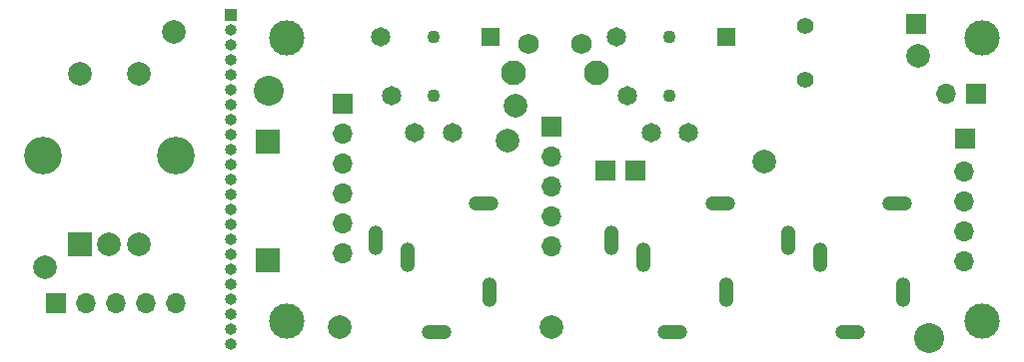
<source format=gbs>
G04 #@! TF.FileFunction,Soldermask,Bot*
%FSLAX46Y46*%
G04 Gerber Fmt 4.6, Leading zero omitted, Abs format (unit mm)*
G04 Created by KiCad (PCBNEW 4.0.6) date Sunday, March 03, 2019 'PMt' 03:44:16 PM*
%MOMM*%
%LPD*%
G01*
G04 APERTURE LIST*
%ADD10C,0.150000*%
%ADD11R,1.700000X1.700000*%
%ADD12O,1.700000X1.700000*%
%ADD13C,2.540000*%
%ADD14C,3.000000*%
%ADD15R,1.650000X1.650000*%
%ADD16C,1.650000*%
%ADD17C,1.100000*%
%ADD18O,2.516000X1.258000*%
%ADD19O,1.258000X2.516000*%
%ADD20C,2.000000*%
%ADD21C,3.200000*%
%ADD22R,2.000000X2.000000*%
%ADD23R,1.000000X1.000000*%
%ADD24O,1.000000X1.000000*%
%ADD25C,1.998980*%
%ADD26C,1.400000*%
%ADD27R,1.998980X1.998980*%
%ADD28C,2.100000*%
%ADD29C,1.750000*%
G04 APERTURE END LIST*
D10*
D11*
X135000000Y-90000000D03*
D12*
X135000000Y-92540000D03*
X135000000Y-95080000D03*
X135000000Y-97620000D03*
X135000000Y-100160000D03*
D13*
X111000000Y-87000000D03*
X167000000Y-108000000D03*
D14*
X112500000Y-106500000D03*
X112500000Y-82500000D03*
X171500000Y-82500000D03*
X171500000Y-106500000D03*
D15*
X149800000Y-82400000D03*
D16*
X141400000Y-87400000D03*
X146600000Y-90500000D03*
X140500000Y-82400000D03*
D17*
X145000000Y-82400000D03*
X145000000Y-87400000D03*
D16*
X143400000Y-90500000D03*
D11*
X170000000Y-91000000D03*
D12*
X169911880Y-93799420D03*
X169911880Y-96339420D03*
X169911880Y-98879420D03*
X169911880Y-101419420D03*
D18*
X145250000Y-107500000D03*
D19*
X140050000Y-99700000D03*
X142750000Y-101100000D03*
D18*
X149250000Y-96500000D03*
D19*
X149750000Y-104100000D03*
D18*
X160250000Y-107500000D03*
D19*
X155050000Y-99700000D03*
X157750000Y-101100000D03*
D18*
X164250000Y-96500000D03*
D19*
X164750000Y-104100000D03*
D11*
X93000000Y-105000000D03*
D12*
X95540000Y-105000000D03*
X98080000Y-105000000D03*
X100620000Y-105000000D03*
X103160000Y-105000000D03*
D20*
X100000000Y-85500000D03*
X95000000Y-85500000D03*
D21*
X103100000Y-92500000D03*
X91900000Y-92500000D03*
D20*
X100000000Y-100000000D03*
X97500000Y-100000000D03*
D22*
X95000000Y-100000000D03*
D15*
X129800000Y-82400000D03*
D16*
X121400000Y-87400000D03*
X126600000Y-90500000D03*
X120500000Y-82400000D03*
D17*
X125000000Y-82400000D03*
X125000000Y-87400000D03*
D16*
X123400000Y-90500000D03*
D18*
X125250000Y-107500000D03*
D19*
X120050000Y-99700000D03*
X122750000Y-101100000D03*
D18*
X129250000Y-96500000D03*
D19*
X129750000Y-104100000D03*
D23*
X107750000Y-80500000D03*
D24*
X107750000Y-81770000D03*
X107750000Y-83040000D03*
X107750000Y-84310000D03*
X107750000Y-85580000D03*
X107750000Y-86850000D03*
X107750000Y-88120000D03*
X107750000Y-89390000D03*
X107750000Y-90660000D03*
X107750000Y-91930000D03*
X107750000Y-93200000D03*
X107750000Y-94470000D03*
X107750000Y-95740000D03*
X107750000Y-97010000D03*
X107750000Y-98280000D03*
X107750000Y-99550000D03*
X107750000Y-100820000D03*
X107750000Y-102090000D03*
X107750000Y-103360000D03*
X107750000Y-104630000D03*
X107750000Y-105900000D03*
X107750000Y-107170000D03*
X107750000Y-108440000D03*
D25*
X135000000Y-107000000D03*
X131911880Y-88259420D03*
X166000000Y-84000000D03*
X153000000Y-93000000D03*
X103000000Y-82000000D03*
X117000000Y-107000000D03*
D26*
X156500000Y-81509420D03*
X156500000Y-86009420D03*
D25*
X92000000Y-102000000D03*
D11*
X117276880Y-88069420D03*
D12*
X117276880Y-90609420D03*
X117276880Y-93149420D03*
X117276880Y-95689420D03*
X117276880Y-98229420D03*
X117276880Y-100769420D03*
D27*
X110926880Y-91323160D03*
X110926880Y-101325680D03*
D11*
X170911880Y-87259420D03*
D12*
X168371880Y-87259420D03*
D11*
X142041880Y-93784420D03*
X139501880Y-93784420D03*
X165911880Y-81259420D03*
D25*
X131246880Y-91244420D03*
D28*
X138760000Y-85490000D03*
D29*
X137500000Y-83000000D03*
X133000000Y-83000000D03*
D28*
X131750000Y-85490000D03*
M02*

</source>
